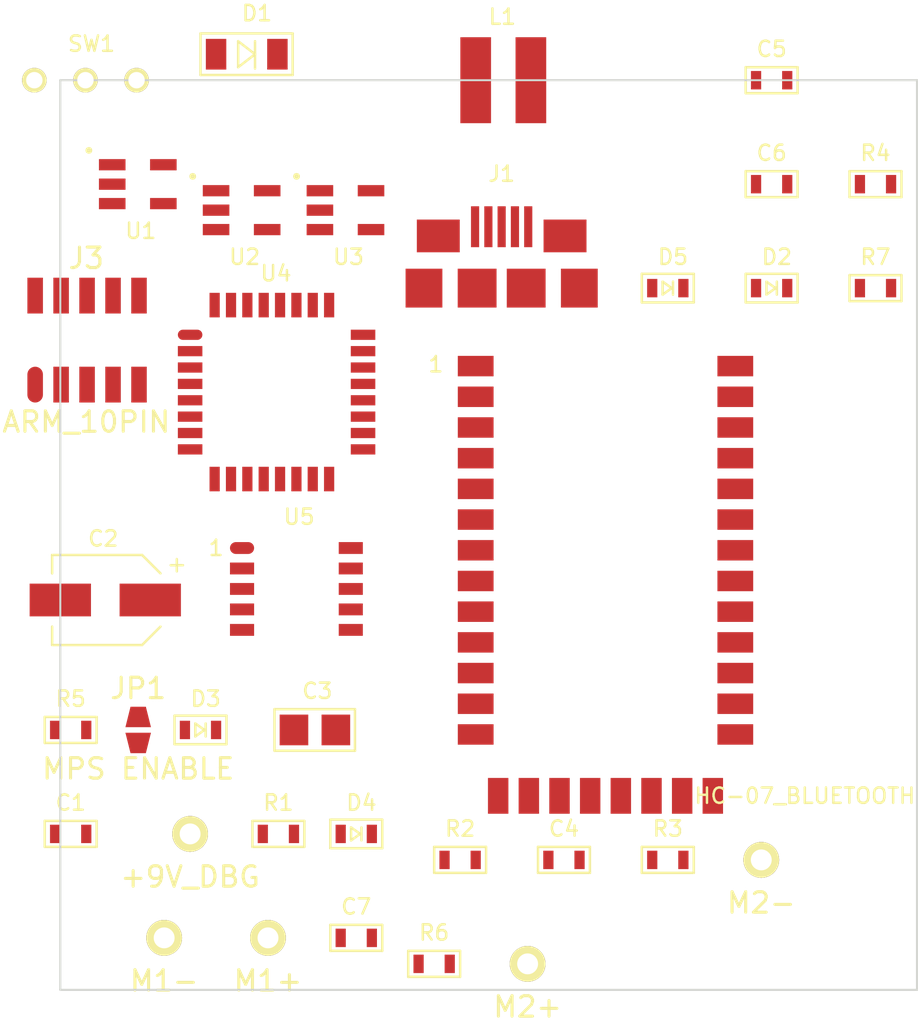
<source format=kicad_pcb>
(kicad_pcb (version 4) (host pcbnew "(2014-10-27 BZR 5228)-product")

  (general
    (links 75)
    (no_connects 75)
    (area 132.08 87.63 175.26 133.35)
    (thickness 1.6)
    (drawings 4)
    (tracks 0)
    (zones 0)
    (modules 35)
    (nets 88)
  )

  (page A4)
  (layers
    (0 F.Cu signal)
    (31 B.Cu signal)
    (32 B.Adhes user)
    (33 F.Adhes user)
    (34 B.Paste user)
    (35 F.Paste user)
    (36 B.SilkS user)
    (37 F.SilkS user)
    (38 B.Mask user)
    (39 F.Mask user)
    (40 Dwgs.User user)
    (41 Cmts.User user)
    (42 Eco1.User user)
    (43 Eco2.User user)
    (44 Edge.Cuts user)
    (45 Margin user)
    (46 B.CrtYd user)
    (47 F.CrtYd user)
    (48 B.Fab user)
    (49 F.Fab user)
  )

  (setup
    (last_trace_width 0.254)
    (trace_clearance 0.254)
    (zone_clearance 0.508)
    (zone_45_only no)
    (trace_min 0.254)
    (segment_width 0.2)
    (edge_width 0.1)
    (via_size 0.889)
    (via_drill 0.635)
    (via_min_size 0.889)
    (via_min_drill 0.508)
    (uvia_size 0.508)
    (uvia_drill 0.127)
    (uvias_allowed no)
    (uvia_min_size 0.508)
    (uvia_min_drill 0.127)
    (pcb_text_width 0.3)
    (pcb_text_size 1.5 1.5)
    (mod_edge_width 0.15)
    (mod_text_size 1 1)
    (mod_text_width 0.15)
    (pad_size 1.5 1.5)
    (pad_drill 0.6)
    (pad_to_mask_clearance 0)
    (aux_axis_origin 0 0)
    (visible_elements 7FFFFFFF)
    (pcbplotparams
      (layerselection 0x00030_80000001)
      (usegerberextensions false)
      (excludeedgelayer true)
      (linewidth 0.100000)
      (plotframeref false)
      (viasonmask false)
      (mode 1)
      (useauxorigin false)
      (hpglpennumber 1)
      (hpglpenspeed 20)
      (hpglpendiameter 15)
      (hpglpenoverlay 2)
      (psnegative false)
      (psa4output false)
      (plotreference true)
      (plotvalue true)
      (plotinvisibletext false)
      (padsonsilk false)
      (subtractmaskfromsilk false)
      (outputformat 1)
      (mirror false)
      (drillshape 1)
      (scaleselection 1)
      (outputdirectory ""))
  )

  (net 0 "")
  (net 1 /batt+)
  (net 2 GND)
  (net 3 /+9V)
  (net 4 /+3.3v)
  (net 5 /usb_vbus)
  (net 6 "Net-(C7-Pad1)")
  (net 7 "Net-(D1-Pad1)")
  (net 8 "Net-(D2-Pad2)")
  (net 9 /dgb_led1)
  (net 10 "Net-(D3-Pad2)")
  (net 11 /dbg_led2)
  (net 12 "Net-(D4-Pad2)")
  (net 13 /dbg_led3)
  (net 14 "Net-(D5-Pad2)")
  (net 15 "Net-(J1-Pad2)")
  (net 16 "Net-(J1-Pad3)")
  (net 17 "Net-(J1-Pad4)")
  (net 18 /bt_tx)
  (net 19 /bt_rx)
  (net 20 "Net-(J2-Pad3)")
  (net 21 "Net-(J2-Pad4)")
  (net 22 "Net-(J2-Pad5)")
  (net 23 "Net-(J2-Pad6)")
  (net 24 "Net-(J2-Pad7)")
  (net 25 "Net-(J2-Pad8)")
  (net 26 "Net-(J2-Pad9)")
  (net 27 "Net-(J2-Pad10)")
  (net 28 "Net-(J2-Pad11)")
  (net 29 "Net-(J2-Pad23)")
  (net 30 "Net-(J2-Pad24)")
  (net 31 "Net-(J2-Pad25)")
  (net 32 "Net-(J2-Pad26)")
  (net 33 "Net-(J2-Pad27)")
  (net 34 "Net-(J2-Pad28)")
  (net 35 "Net-(J2-Pad29)")
  (net 36 "Net-(J2-Pad30)")
  (net 37 "Net-(J2-Pad31)")
  (net 38 "Net-(J2-Pad32)")
  (net 39 "Net-(J2-Pad33)")
  (net 40 "Net-(J2-Pad34)")
  (net 41 "Net-(J2-Pad14)")
  (net 42 "Net-(J2-Pad15)")
  (net 43 "Net-(J2-Pad16)")
  (net 44 "Net-(J2-Pad17)")
  (net 45 "Net-(J2-Pad18)")
  (net 46 "Net-(J2-Pad19)")
  (net 47 "Net-(J2-Pad20)")
  (net 48 /swd_io)
  (net 49 /swd_clk)
  (net 50 "Net-(J3-Pad6)")
  (net 51 "Net-(J3-Pad7)")
  (net 52 "Net-(J3-Pad8)")
  (net 53 /nreset)
  (net 54 /mps_en)
  (net 55 /motor_1_+)
  (net 56 /motor_1_-)
  (net 57 /motor_2_+)
  (net 58 /motor_2_-)
  (net 59 "Net-(R1-Pad2)")
  (net 60 "Net-(R3-Pad2)")
  (net 61 "Net-(R4-Pad1)")
  (net 62 "Net-(SW1-Pad1)")
  (net 63 "Net-(U1-Pad4)")
  (net 64 "Net-(U4-Pad1)")
  (net 65 "Net-(U4-Pad2)")
  (net 66 "Net-(U4-Pad7)")
  (net 67 "Net-(U4-Pad8)")
  (net 68 "Net-(U4-Pad20)")
  (net 69 "Net-(U4-Pad21)")
  (net 70 "Net-(U4-Pad22)")
  (net 71 "Net-(U4-Pad23)")
  (net 72 "Net-(U4-Pad24)")
  (net 73 "Net-(U4-Pad9)")
  (net 74 "Net-(U4-Pad10)")
  (net 75 "Net-(U4-Pad11)")
  (net 76 "Net-(U4-Pad12)")
  (net 77 "Net-(U4-Pad15)")
  (net 78 "Net-(U4-Pad16)")
  (net 79 "Net-(U4-Pad25)")
  (net 80 "Net-(U4-Pad26)")
  (net 81 "Net-(U4-Pad27)")
  (net 82 "Net-(U4-Pad28)")
  (net 83 "Net-(U4-Pad29)")
  (net 84 /motor_1_A)
  (net 85 /motor_1_B)
  (net 86 /motor_2_A)
  (net 87 /motor_2_B)

  (net_class Default "This is the default net class."
    (clearance 0.254)
    (trace_width 0.254)
    (via_dia 0.889)
    (via_drill 0.635)
    (uvia_dia 0.508)
    (uvia_drill 0.127)
    (add_net /+3.3v)
    (add_net /+9V)
    (add_net /batt+)
    (add_net /bt_rx)
    (add_net /bt_tx)
    (add_net /dbg_led2)
    (add_net /dbg_led3)
    (add_net /dgb_led1)
    (add_net /motor_1_+)
    (add_net /motor_1_-)
    (add_net /motor_1_A)
    (add_net /motor_1_B)
    (add_net /motor_2_+)
    (add_net /motor_2_-)
    (add_net /motor_2_A)
    (add_net /motor_2_B)
    (add_net /mps_en)
    (add_net /nreset)
    (add_net /swd_clk)
    (add_net /swd_io)
    (add_net /usb_vbus)
    (add_net GND)
    (add_net "Net-(C7-Pad1)")
    (add_net "Net-(D1-Pad1)")
    (add_net "Net-(D2-Pad2)")
    (add_net "Net-(D3-Pad2)")
    (add_net "Net-(D4-Pad2)")
    (add_net "Net-(D5-Pad2)")
    (add_net "Net-(J1-Pad2)")
    (add_net "Net-(J1-Pad3)")
    (add_net "Net-(J1-Pad4)")
    (add_net "Net-(J2-Pad10)")
    (add_net "Net-(J2-Pad11)")
    (add_net "Net-(J2-Pad14)")
    (add_net "Net-(J2-Pad15)")
    (add_net "Net-(J2-Pad16)")
    (add_net "Net-(J2-Pad17)")
    (add_net "Net-(J2-Pad18)")
    (add_net "Net-(J2-Pad19)")
    (add_net "Net-(J2-Pad20)")
    (add_net "Net-(J2-Pad23)")
    (add_net "Net-(J2-Pad24)")
    (add_net "Net-(J2-Pad25)")
    (add_net "Net-(J2-Pad26)")
    (add_net "Net-(J2-Pad27)")
    (add_net "Net-(J2-Pad28)")
    (add_net "Net-(J2-Pad29)")
    (add_net "Net-(J2-Pad3)")
    (add_net "Net-(J2-Pad30)")
    (add_net "Net-(J2-Pad31)")
    (add_net "Net-(J2-Pad32)")
    (add_net "Net-(J2-Pad33)")
    (add_net "Net-(J2-Pad34)")
    (add_net "Net-(J2-Pad4)")
    (add_net "Net-(J2-Pad5)")
    (add_net "Net-(J2-Pad6)")
    (add_net "Net-(J2-Pad7)")
    (add_net "Net-(J2-Pad8)")
    (add_net "Net-(J2-Pad9)")
    (add_net "Net-(J3-Pad6)")
    (add_net "Net-(J3-Pad7)")
    (add_net "Net-(J3-Pad8)")
    (add_net "Net-(R1-Pad2)")
    (add_net "Net-(R3-Pad2)")
    (add_net "Net-(R4-Pad1)")
    (add_net "Net-(SW1-Pad1)")
    (add_net "Net-(U1-Pad4)")
    (add_net "Net-(U4-Pad1)")
    (add_net "Net-(U4-Pad10)")
    (add_net "Net-(U4-Pad11)")
    (add_net "Net-(U4-Pad12)")
    (add_net "Net-(U4-Pad15)")
    (add_net "Net-(U4-Pad16)")
    (add_net "Net-(U4-Pad2)")
    (add_net "Net-(U4-Pad20)")
    (add_net "Net-(U4-Pad21)")
    (add_net "Net-(U4-Pad22)")
    (add_net "Net-(U4-Pad23)")
    (add_net "Net-(U4-Pad24)")
    (add_net "Net-(U4-Pad25)")
    (add_net "Net-(U4-Pad26)")
    (add_net "Net-(U4-Pad27)")
    (add_net "Net-(U4-Pad28)")
    (add_net "Net-(U4-Pad29)")
    (add_net "Net-(U4-Pad7)")
    (add_net "Net-(U4-Pad8)")
    (add_net "Net-(U4-Pad9)")
  )

  (module kicadlib:SMD_0603_R placed (layer F.Cu) (tedit 55032A8D) (tstamp 55046D93)
    (at 134.62 125.73)
    (path /54EFD3D0)
    (fp_text reference C1 (at -0.762 -1.524) (layer F.SilkS)
      (effects (font (size 0.75 0.75) (thickness 0.12)))
    )
    (fp_text value 1uF (at -0.508 1.27) (layer F.Fab) hide
      (effects (font (size 0.75 0.75) (thickness 0.12)))
    )
    (fp_line (start -2.032 -0.635) (end 0.508 -0.635) (layer F.SilkS) (width 0.12))
    (fp_line (start 0.508 -0.635) (end 0.508 0.635) (layer F.SilkS) (width 0.12))
    (fp_line (start 0.508 0.635) (end -2.032 0.635) (layer F.SilkS) (width 0.12))
    (fp_line (start -2.032 0.635) (end -2.032 -0.635) (layer F.SilkS) (width 0.12))
    (pad 1 smd rect (at -1.524 0) (size 0.5 0.9) (layers F.Cu F.Paste F.Mask)
      (net 1 /batt+))
    (pad 2 smd rect (at 0 0) (size 0.5 0.9) (layers F.Cu F.Paste F.Mask)
      (net 2 GND))
  )

  (module kicadlib:SMD_5X5.2_CAP placed (layer F.Cu) (tedit 55045D3F) (tstamp 55046DA1)
    (at 133.35 114.3)
    (path /54F55200)
    (fp_text reference C2 (at 2.1 -3) (layer F.SilkS)
      (effects (font (size 0.75 0.75) (thickness 0.12)))
    )
    (fp_text value 30uF (at 2.1 3) (layer F.Fab) hide
      (effects (font (size 0.75 0.75) (thickness 0.12)))
    )
    (fp_line (start 5.4 -1.7) (end 6 -1.7) (layer F.SilkS) (width 0.12))
    (fp_line (start 5.7 -2) (end 5.7 -1.4) (layer F.SilkS) (width 0.12))
    (fp_line (start -0.4 -2.2) (end -0.4 -1.3) (layer F.SilkS) (width 0.12))
    (fp_line (start -0.4 2.2) (end -0.4 1.3) (layer F.SilkS) (width 0.12))
    (fp_line (start 4 2.2) (end -0.4 2.2) (layer F.SilkS) (width 0.12))
    (fp_line (start 4 -2.2) (end -0.4 -2.2) (layer F.SilkS) (width 0.12))
    (fp_line (start 4 -2.2) (end 4.9 -1.3) (layer F.SilkS) (width 0.12))
    (fp_line (start 4.9 1.3) (end 4 2.2) (layer F.SilkS) (width 0.12))
    (pad 2 smd rect (at 0 0) (size 3 1.6) (layers F.Cu F.Paste F.Mask)
      (net 2 GND))
    (pad 1 smd rect (at 4.4 0) (size 3 1.6) (layers F.Cu F.Paste F.Mask)
      (net 3 /+9V))
  )

  (module kicadlib:SMD_0805_R placed (layer F.Cu) (tedit 55045F0C) (tstamp 55046DAB)
    (at 144.78 120.65)
    (path /54F4F68E)
    (fp_text reference C3 (at 1.143 -1.905) (layer F.SilkS)
      (effects (font (size 0.75 0.75) (thickness 0.12)))
    )
    (fp_text value 10uF/16V (at 1.143 1.778) (layer F.Fab) hide
      (effects (font (size 0.75 0.75) (thickness 0.12)))
    )
    (fp_line (start -0.9525 -1.016) (end 2.9845 -1.016) (layer F.SilkS) (width 0.12))
    (fp_line (start 2.9845 -1.016) (end 2.9845 1.016) (layer F.SilkS) (width 0.12))
    (fp_line (start 2.9845 1.016) (end -0.9525 1.016) (layer F.SilkS) (width 0.12))
    (fp_line (start -0.9525 1.016) (end -0.9525 -1.016) (layer F.SilkS) (width 0.12))
    (pad 1 smd rect (at 0 0) (size 1.4 1.5) (layers F.Cu F.Paste F.Mask)
      (net 3 /+9V))
    (pad 2 smd rect (at 2.05 0) (size 1.4 1.5) (layers F.Cu F.Paste F.Mask)
      (net 2 GND))
  )

  (module kicadlib:SMD_0603_R placed (layer F.Cu) (tedit 55032A8D) (tstamp 55046DB5)
    (at 158.75 127)
    (path /54EFD734)
    (fp_text reference C4 (at -0.762 -1.524) (layer F.SilkS)
      (effects (font (size 0.75 0.75) (thickness 0.12)))
    )
    (fp_text value 1uF (at -0.508 1.27) (layer F.Fab) hide
      (effects (font (size 0.75 0.75) (thickness 0.12)))
    )
    (fp_line (start -2.032 -0.635) (end 0.508 -0.635) (layer F.SilkS) (width 0.12))
    (fp_line (start 0.508 -0.635) (end 0.508 0.635) (layer F.SilkS) (width 0.12))
    (fp_line (start 0.508 0.635) (end -2.032 0.635) (layer F.SilkS) (width 0.12))
    (fp_line (start -2.032 0.635) (end -2.032 -0.635) (layer F.SilkS) (width 0.12))
    (pad 1 smd rect (at -1.524 0) (size 0.5 0.9) (layers F.Cu F.Paste F.Mask)
      (net 4 /+3.3v))
    (pad 2 smd rect (at 0 0) (size 0.5 0.9) (layers F.Cu F.Paste F.Mask)
      (net 2 GND))
  )

  (module kicadlib:SMD_0603_R placed (layer F.Cu) (tedit 55032A8D) (tstamp 55046DBF)
    (at 168.91 88.9)
    (path /54F4F2D9)
    (fp_text reference C5 (at -0.762 -1.524) (layer F.SilkS)
      (effects (font (size 0.75 0.75) (thickness 0.12)))
    )
    (fp_text value 2.2uF/10V (at -0.508 1.27) (layer F.Fab) hide
      (effects (font (size 0.75 0.75) (thickness 0.12)))
    )
    (fp_line (start -2.032 -0.635) (end 0.508 -0.635) (layer F.SilkS) (width 0.12))
    (fp_line (start 0.508 -0.635) (end 0.508 0.635) (layer F.SilkS) (width 0.12))
    (fp_line (start 0.508 0.635) (end -2.032 0.635) (layer F.SilkS) (width 0.12))
    (fp_line (start -2.032 0.635) (end -2.032 -0.635) (layer F.SilkS) (width 0.12))
    (pad 1 smd rect (at -1.524 0) (size 0.5 0.9) (layers F.Cu F.Paste F.Mask)
      (net 1 /batt+))
    (pad 2 smd rect (at 0 0) (size 0.5 0.9) (layers F.Cu F.Paste F.Mask)
      (net 2 GND))
  )

  (module kicadlib:SMD_0603_R placed (layer F.Cu) (tedit 55032A8D) (tstamp 55046DC9)
    (at 168.91 93.98)
    (path /54EFC2D7)
    (fp_text reference C6 (at -0.762 -1.524) (layer F.SilkS)
      (effects (font (size 0.75 0.75) (thickness 0.12)))
    )
    (fp_text value 4.7uF (at -0.508 1.27) (layer F.Fab) hide
      (effects (font (size 0.75 0.75) (thickness 0.12)))
    )
    (fp_line (start -2.032 -0.635) (end 0.508 -0.635) (layer F.SilkS) (width 0.12))
    (fp_line (start 0.508 -0.635) (end 0.508 0.635) (layer F.SilkS) (width 0.12))
    (fp_line (start 0.508 0.635) (end -2.032 0.635) (layer F.SilkS) (width 0.12))
    (fp_line (start -2.032 0.635) (end -2.032 -0.635) (layer F.SilkS) (width 0.12))
    (pad 1 smd rect (at -1.524 0) (size 0.5 0.9) (layers F.Cu F.Paste F.Mask)
      (net 5 /usb_vbus))
    (pad 2 smd rect (at 0 0) (size 0.5 0.9) (layers F.Cu F.Paste F.Mask)
      (net 2 GND))
  )

  (module kicadlib:SMD_0603_R placed (layer F.Cu) (tedit 55032A8D) (tstamp 55046DD3)
    (at 148.59 130.81)
    (path /54EFC66F)
    (fp_text reference C7 (at -0.762 -1.524) (layer F.SilkS)
      (effects (font (size 0.75 0.75) (thickness 0.12)))
    )
    (fp_text value 4.7uF (at -0.508 1.27) (layer F.Fab) hide
      (effects (font (size 0.75 0.75) (thickness 0.12)))
    )
    (fp_line (start -2.032 -0.635) (end 0.508 -0.635) (layer F.SilkS) (width 0.12))
    (fp_line (start 0.508 -0.635) (end 0.508 0.635) (layer F.SilkS) (width 0.12))
    (fp_line (start 0.508 0.635) (end -2.032 0.635) (layer F.SilkS) (width 0.12))
    (fp_line (start -2.032 0.635) (end -2.032 -0.635) (layer F.SilkS) (width 0.12))
    (pad 1 smd rect (at -1.524 0) (size 0.5 0.9) (layers F.Cu F.Paste F.Mask)
      (net 6 "Net-(C7-Pad1)"))
    (pad 2 smd rect (at 0 0) (size 0.5 0.9) (layers F.Cu F.Paste F.Mask)
      (net 2 GND))
  )

  (module kicadlib:SMD_1206_DIODE placed (layer F.Cu) (tedit 55045A9D) (tstamp 55046DE1)
    (at 140.97 87.63)
    (path /54F4F768)
    (fp_text reference D1 (at 2 -2) (layer F.SilkS)
      (effects (font (size 0.75 0.75) (thickness 0.12)))
    )
    (fp_text value 40v/1A (at 2 2) (layer F.Fab) hide
      (effects (font (size 0.75 0.75) (thickness 0.12)))
    )
    (fp_line (start 1.905 -0.635) (end 1.905 0.6985) (layer F.SilkS) (width 0.12))
    (fp_line (start 1.0795 -0.635) (end 1.0795 0.635) (layer F.SilkS) (width 0.12))
    (fp_line (start 1.0795 0.635) (end 1.905 0) (layer F.SilkS) (width 0.12))
    (fp_line (start 1.905 0) (end 1.0795 -0.635) (layer F.SilkS) (width 0.12))
    (fp_line (start -0.762 -1.016) (end 3.7465 -1.016) (layer F.SilkS) (width 0.12))
    (fp_line (start 3.7465 -1.016) (end 3.7465 1.016) (layer F.SilkS) (width 0.12))
    (fp_line (start 3.7465 1.016) (end -0.762 1.016) (layer F.SilkS) (width 0.12))
    (fp_line (start -0.762 1.016) (end -0.762 -1.016) (layer F.SilkS) (width 0.12))
    (pad 1 smd rect (at 0 0) (size 1 1.5) (layers F.Cu F.Paste F.Mask)
      (net 7 "Net-(D1-Pad1)"))
    (pad 2 smd rect (at 3 0) (size 1 1.5) (layers F.Cu F.Paste F.Mask)
      (net 3 /+9V))
  )

  (module kicadlib:SMD_0603_LED placed (layer F.Cu) (tedit 55032AA1) (tstamp 55046DEF)
    (at 168.91 99.06)
    (path /54EFC330)
    (fp_text reference D2 (at -0.508 -1.524) (layer F.SilkS)
      (effects (font (size 0.75 0.75) (thickness 0.12)))
    )
    (fp_text value LED (at -0.508 1.27) (layer F.Fab) hide
      (effects (font (size 0.75 0.75) (thickness 0.12)))
    )
    (fp_line (start -0.508 -0.3175) (end -0.508 0.3175) (layer F.SilkS) (width 0.12))
    (fp_line (start -1.016 0.3175) (end -0.5715 0) (layer F.SilkS) (width 0.12))
    (fp_line (start -0.5715 0) (end -1.016 -0.3175) (layer F.SilkS) (width 0.12))
    (fp_line (start -1.016 -0.3175) (end -1.016 0.3175) (layer F.SilkS) (width 0.12))
    (fp_line (start 0.508 -0.6985) (end 0.508 0.6985) (layer F.SilkS) (width 0.12))
    (fp_line (start -2.032 -0.6985) (end -2.032 0.6985) (layer F.SilkS) (width 0.12))
    (fp_line (start -2.032 0.6985) (end 0.508 0.6985) (layer F.SilkS) (width 0.12))
    (fp_line (start 0.508 -0.6985) (end -2.032 -0.6985) (layer F.SilkS) (width 0.12))
    (pad 1 smd rect (at -1.524 0) (size 0.5 0.9) (layers F.Cu F.Paste F.Mask)
      (net 5 /usb_vbus))
    (pad 2 smd rect (at 0 0) (size 0.5 0.9) (layers F.Cu F.Paste F.Mask)
      (net 8 "Net-(D2-Pad2)"))
  )

  (module kicadlib:SMD_0603_LED placed (layer F.Cu) (tedit 55032AA1) (tstamp 55046DFD)
    (at 140.97 120.65)
    (path /55048124)
    (fp_text reference D3 (at -0.508 -1.524) (layer F.SilkS)
      (effects (font (size 0.75 0.75) (thickness 0.12)))
    )
    (fp_text value LED (at -0.508 1.27) (layer F.Fab) hide
      (effects (font (size 0.75 0.75) (thickness 0.12)))
    )
    (fp_line (start -0.508 -0.3175) (end -0.508 0.3175) (layer F.SilkS) (width 0.12))
    (fp_line (start -1.016 0.3175) (end -0.5715 0) (layer F.SilkS) (width 0.12))
    (fp_line (start -0.5715 0) (end -1.016 -0.3175) (layer F.SilkS) (width 0.12))
    (fp_line (start -1.016 -0.3175) (end -1.016 0.3175) (layer F.SilkS) (width 0.12))
    (fp_line (start 0.508 -0.6985) (end 0.508 0.6985) (layer F.SilkS) (width 0.12))
    (fp_line (start -2.032 -0.6985) (end -2.032 0.6985) (layer F.SilkS) (width 0.12))
    (fp_line (start -2.032 0.6985) (end 0.508 0.6985) (layer F.SilkS) (width 0.12))
    (fp_line (start 0.508 -0.6985) (end -2.032 -0.6985) (layer F.SilkS) (width 0.12))
    (pad 1 smd rect (at -1.524 0) (size 0.5 0.9) (layers F.Cu F.Paste F.Mask)
      (net 9 /dgb_led1))
    (pad 2 smd rect (at 0 0) (size 0.5 0.9) (layers F.Cu F.Paste F.Mask)
      (net 10 "Net-(D3-Pad2)"))
  )

  (module kicadlib:SMD_0603_LED placed (layer F.Cu) (tedit 55032AA1) (tstamp 55046E0B)
    (at 148.59 125.73)
    (path /550484F4)
    (fp_text reference D4 (at -0.508 -1.524) (layer F.SilkS)
      (effects (font (size 0.75 0.75) (thickness 0.12)))
    )
    (fp_text value LED (at -0.508 1.27) (layer F.Fab) hide
      (effects (font (size 0.75 0.75) (thickness 0.12)))
    )
    (fp_line (start -0.508 -0.3175) (end -0.508 0.3175) (layer F.SilkS) (width 0.12))
    (fp_line (start -1.016 0.3175) (end -0.5715 0) (layer F.SilkS) (width 0.12))
    (fp_line (start -0.5715 0) (end -1.016 -0.3175) (layer F.SilkS) (width 0.12))
    (fp_line (start -1.016 -0.3175) (end -1.016 0.3175) (layer F.SilkS) (width 0.12))
    (fp_line (start 0.508 -0.6985) (end 0.508 0.6985) (layer F.SilkS) (width 0.12))
    (fp_line (start -2.032 -0.6985) (end -2.032 0.6985) (layer F.SilkS) (width 0.12))
    (fp_line (start -2.032 0.6985) (end 0.508 0.6985) (layer F.SilkS) (width 0.12))
    (fp_line (start 0.508 -0.6985) (end -2.032 -0.6985) (layer F.SilkS) (width 0.12))
    (pad 1 smd rect (at -1.524 0) (size 0.5 0.9) (layers F.Cu F.Paste F.Mask)
      (net 11 /dbg_led2))
    (pad 2 smd rect (at 0 0) (size 0.5 0.9) (layers F.Cu F.Paste F.Mask)
      (net 12 "Net-(D4-Pad2)"))
  )

  (module kicadlib:SMD_0603_LED placed (layer F.Cu) (tedit 55032AA1) (tstamp 55046E19)
    (at 163.83 99.06)
    (path /5504858D)
    (fp_text reference D5 (at -0.508 -1.524) (layer F.SilkS)
      (effects (font (size 0.75 0.75) (thickness 0.12)))
    )
    (fp_text value LED (at -0.508 1.27) (layer F.Fab) hide
      (effects (font (size 0.75 0.75) (thickness 0.12)))
    )
    (fp_line (start -0.508 -0.3175) (end -0.508 0.3175) (layer F.SilkS) (width 0.12))
    (fp_line (start -1.016 0.3175) (end -0.5715 0) (layer F.SilkS) (width 0.12))
    (fp_line (start -0.5715 0) (end -1.016 -0.3175) (layer F.SilkS) (width 0.12))
    (fp_line (start -1.016 -0.3175) (end -1.016 0.3175) (layer F.SilkS) (width 0.12))
    (fp_line (start 0.508 -0.6985) (end 0.508 0.6985) (layer F.SilkS) (width 0.12))
    (fp_line (start -2.032 -0.6985) (end -2.032 0.6985) (layer F.SilkS) (width 0.12))
    (fp_line (start -2.032 0.6985) (end 0.508 0.6985) (layer F.SilkS) (width 0.12))
    (fp_line (start 0.508 -0.6985) (end -2.032 -0.6985) (layer F.SilkS) (width 0.12))
    (pad 1 smd rect (at -1.524 0) (size 0.5 0.9) (layers F.Cu F.Paste F.Mask)
      (net 13 /dbg_led3))
    (pad 2 smd rect (at 0 0) (size 0.5 0.9) (layers F.Cu F.Paste F.Mask)
      (net 14 "Net-(D5-Pad2)"))
  )

  (module kicadlib:usb_micro_b_smt placed (layer F.Cu) (tedit 53585A40) (tstamp 55046E28)
    (at 154.94 99.06)
    (path /5497803A)
    (fp_text reference J1 (at 0 -5.588) (layer F.SilkS)
      (effects (font (size 0.75 0.75) (thickness 0.12)))
    )
    (fp_text value USB-micro-b (at 0 2.159) (layer F.SilkS) hide
      (effects (font (size 0.75 0.75) (thickness 0.15)))
    )
    (pad 6 smd rect (at 1.2 0) (size 1.9 1.9) (layers F.Cu F.Paste F.Mask)
      (net 2 GND))
    (pad 6 smd rect (at -1.2 0) (size 1.9 1.9) (layers F.Cu F.Paste F.Mask)
      (net 2 GND))
    (pad 6 smd rect (at 3.8 0) (size 1.8 1.9) (layers F.Cu F.Paste F.Mask)
      (net 2 GND))
    (pad 6 smd rect (at -3.8 0) (size 1.8 1.9) (layers F.Cu F.Paste F.Mask)
      (net 2 GND))
    (pad 6 smd rect (at -3.1 -2.55) (size 2.1 1.6) (layers F.Cu F.Paste F.Mask)
      (net 2 GND))
    (pad 6 smd rect (at 3.1 -2.55) (size 2.1 1.6) (layers F.Cu F.Paste F.Mask)
      (net 2 GND))
    (pad 2 smd rect (at -0.65 -3) (size 0.4 2) (layers F.Cu F.Paste F.Mask)
      (net 15 "Net-(J1-Pad2)"))
    (pad 3 smd rect (at 0 -3) (size 0.4 2) (layers F.Cu F.Paste F.Mask)
      (net 16 "Net-(J1-Pad3)"))
    (pad 4 smd rect (at 0.65 -3) (size 0.4 2) (layers F.Cu F.Paste F.Mask)
      (net 17 "Net-(J1-Pad4)"))
    (pad 5 smd rect (at 1.3 -3) (size 0.4 2) (layers F.Cu F.Paste F.Mask)
      (net 2 GND))
    (pad 1 smd rect (at -1.3 -3) (size 0.4 2) (layers F.Cu F.Paste F.Mask)
      (net 5 /usb_vbus))
  )

  (module kicadlib:HC-07_bluetooth placed (layer F.Cu) (tedit 54FDFCF7) (tstamp 55046E4F)
    (at 153.67 102.87)
    (path /54F00275)
    (fp_text reference J2 (at -3.4 10.5 90) (layer F.SilkS) hide
      (effects (font (size 0.75 0.75) (thickness 0.12)))
    )
    (fp_text value HC-07_BLUETOOTH (at 16.1 21) (layer F.SilkS)
      (effects (font (size 0.75 0.75) (thickness 0.12)))
    )
    (fp_text user 1 (at -1.948 -0.082) (layer F.SilkS)
      (effects (font (size 0.75 0.75) (thickness 0.12)))
    )
    (pad 1 smd rect (at 0 0) (size 1.75 1) (layers F.Cu F.Paste F.Mask)
      (net 18 /bt_tx))
    (pad 2 smd rect (at 0 1.5) (size 1.75 1) (layers F.Cu F.Paste F.Mask)
      (net 19 /bt_rx))
    (pad 3 smd rect (at 0 3) (size 1.75 1) (layers F.Cu F.Paste F.Mask)
      (net 20 "Net-(J2-Pad3)"))
    (pad 4 smd rect (at 0 4.5) (size 1.75 1) (layers F.Cu F.Paste F.Mask)
      (net 21 "Net-(J2-Pad4)"))
    (pad 5 smd rect (at 0 6) (size 1.75 1) (layers F.Cu F.Paste F.Mask)
      (net 22 "Net-(J2-Pad5)"))
    (pad 6 smd rect (at 0 7.5) (size 1.75 1) (layers F.Cu F.Paste F.Mask)
      (net 23 "Net-(J2-Pad6)"))
    (pad 7 smd rect (at 0 9) (size 1.75 1) (layers F.Cu F.Paste F.Mask)
      (net 24 "Net-(J2-Pad7)"))
    (pad 8 smd rect (at 0 10.5) (size 1.75 1) (layers F.Cu F.Paste F.Mask)
      (net 25 "Net-(J2-Pad8)"))
    (pad 9 smd rect (at 0 12) (size 1.75 1) (layers F.Cu F.Paste F.Mask)
      (net 26 "Net-(J2-Pad9)"))
    (pad 10 smd rect (at 0 13.5) (size 1.75 1) (layers F.Cu F.Paste F.Mask)
      (net 27 "Net-(J2-Pad10)"))
    (pad 11 smd rect (at 0 15) (size 1.75 1) (layers F.Cu F.Paste F.Mask)
      (net 28 "Net-(J2-Pad11)"))
    (pad 12 smd rect (at 0 16.5) (size 1.75 1) (layers F.Cu F.Paste F.Mask)
      (net 4 /+3.3v))
    (pad 13 smd rect (at 0 18) (size 1.75 1) (layers F.Cu F.Paste F.Mask)
      (net 2 GND))
    (pad 22 smd rect (at 12.7 18) (size 1.75 1) (layers F.Cu F.Paste F.Mask)
      (net 2 GND))
    (pad 23 smd rect (at 12.7 16.5) (size 1.75 1) (layers F.Cu F.Paste F.Mask)
      (net 29 "Net-(J2-Pad23)"))
    (pad 24 smd rect (at 12.7 15) (size 1.75 1) (layers F.Cu F.Paste F.Mask)
      (net 30 "Net-(J2-Pad24)"))
    (pad 25 smd rect (at 12.7 13.5) (size 1.75 1) (layers F.Cu F.Paste F.Mask)
      (net 31 "Net-(J2-Pad25)"))
    (pad 26 smd rect (at 12.7 12) (size 1.75 1) (layers F.Cu F.Paste F.Mask)
      (net 32 "Net-(J2-Pad26)"))
    (pad 27 smd rect (at 12.7 10.5) (size 1.75 1) (layers F.Cu F.Paste F.Mask)
      (net 33 "Net-(J2-Pad27)"))
    (pad 28 smd rect (at 12.7 9) (size 1.75 1) (layers F.Cu F.Paste F.Mask)
      (net 34 "Net-(J2-Pad28)"))
    (pad 29 smd rect (at 12.7 7.5) (size 1.75 1) (layers F.Cu F.Paste F.Mask)
      (net 35 "Net-(J2-Pad29)"))
    (pad 30 smd rect (at 12.7 6) (size 1.75 1) (layers F.Cu F.Paste F.Mask)
      (net 36 "Net-(J2-Pad30)"))
    (pad 31 smd rect (at 12.7 4.5) (size 1.75 1) (layers F.Cu F.Paste F.Mask)
      (net 37 "Net-(J2-Pad31)"))
    (pad 32 smd rect (at 12.7 3) (size 1.75 1) (layers F.Cu F.Paste F.Mask)
      (net 38 "Net-(J2-Pad32)"))
    (pad 33 smd rect (at 12.7 1.5) (size 1.75 1) (layers F.Cu F.Paste F.Mask)
      (net 39 "Net-(J2-Pad33)"))
    (pad 34 smd rect (at 12.7 0) (size 1.75 1) (layers F.Cu F.Paste F.Mask)
      (net 40 "Net-(J2-Pad34)"))
    (pad 14 smd rect (at 1.1 21) (size 1 1.75) (layers F.Cu F.Paste F.Mask)
      (net 41 "Net-(J2-Pad14)"))
    (pad 15 smd rect (at 2.6 21) (size 1 1.75) (layers F.Cu F.Paste F.Mask)
      (net 42 "Net-(J2-Pad15)"))
    (pad 16 smd rect (at 4.1 21) (size 1 1.75) (layers F.Cu F.Paste F.Mask)
      (net 43 "Net-(J2-Pad16)"))
    (pad 17 smd rect (at 5.6 21) (size 1 1.75) (layers F.Cu F.Paste F.Mask)
      (net 44 "Net-(J2-Pad17)"))
    (pad 18 smd rect (at 7.1 21) (size 1 1.75) (layers F.Cu F.Paste F.Mask)
      (net 45 "Net-(J2-Pad18)"))
    (pad 19 smd rect (at 8.6 21) (size 1 1.75) (layers F.Cu F.Paste F.Mask)
      (net 46 "Net-(J2-Pad19)"))
    (pad 20 smd rect (at 10.1 21) (size 1 1.75) (layers F.Cu F.Paste F.Mask)
      (net 47 "Net-(J2-Pad20)"))
    (pad 21 smd rect (at 11.6 21) (size 1 1.75) (layers F.Cu F.Paste F.Mask)
      (net 2 GND))
  )

  (module kicadlib:ARM_10_PIN_SMT placed (layer F.Cu) (tedit 516C783A) (tstamp 55046E5D)
    (at 134.62 101.6)
    (path /54EFE33F)
    (fp_text reference J3 (at 0 -4) (layer F.SilkS)
      (effects (font (size 1 1) (thickness 0.15)))
    )
    (fp_text value ARM_10PIN (at 0 4) (layer F.SilkS)
      (effects (font (size 1 1) (thickness 0.15)))
    )
    (pad 1 smd oval (at -2.5 2.175) (size 0.76 1.75) (layers F.Cu F.Paste F.Mask)
      (net 4 /+3.3v))
    (pad 2 smd rect (at -2.5 -2.175) (size 0.76 1.75) (layers F.Cu F.Paste F.Mask)
      (net 48 /swd_io))
    (pad 3 smd rect (at -1.23 2.175) (size 0.76 1.75) (layers F.Cu F.Paste F.Mask)
      (net 2 GND))
    (pad 4 smd rect (at -1.23 -2.175) (size 0.76 1.75) (layers F.Cu F.Paste F.Mask)
      (net 49 /swd_clk))
    (pad 5 smd rect (at 0.04 2.175) (size 0.76 1.75) (layers F.Cu F.Paste F.Mask)
      (net 2 GND))
    (pad 6 smd rect (at 0.04 -2.175) (size 0.76 1.75) (layers F.Cu F.Paste F.Mask)
      (net 50 "Net-(J3-Pad6)"))
    (pad 7 smd rect (at 1.31 2.175) (size 0.76 1.75) (layers F.Cu F.Paste F.Mask)
      (net 51 "Net-(J3-Pad7)"))
    (pad 8 smd rect (at 1.31 -2.175) (size 0.76 1.75) (layers F.Cu F.Paste F.Mask)
      (net 52 "Net-(J3-Pad8)"))
    (pad 9 smd rect (at 2.58 2.175) (size 0.76 1.75) (layers F.Cu F.Paste F.Mask)
      (net 2 GND))
    (pad 10 smd rect (at 2.58 -2.175) (size 0.76 1.75) (layers F.Cu F.Paste F.Mask)
      (net 53 /nreset))
  )

  (module kicadlib:jmp_small placed (layer F.Cu) (tedit 519F6179) (tstamp 55046E63)
    (at 137.16 120.65)
    (path /54F516F3)
    (fp_text reference JP1 (at 0 -2.032) (layer F.SilkS)
      (effects (font (size 1 1) (thickness 0.15)))
    )
    (fp_text value "MPS ENABLE" (at 0 1.9) (layer F.SilkS)
      (effects (font (size 1 1) (thickness 0.15)))
    )
    (pad 1 smd trapezoid (at 0 -0.635) (size 1 1) (rect_delta 0 0.25 ) (layers F.Cu F.Paste F.Mask)
      (net 4 /+3.3v))
    (pad 2 smd trapezoid (at 0 0.635) (size 1 1) (rect_delta 0 -0.25 ) (layers F.Cu F.Paste F.Mask)
      (net 54 /mps_en))
  )

  (module kicadlib:SMD_4x4_INDUCTOR placed (layer F.Cu) (tedit 550461A1) (tstamp 55046E69)
    (at 153.67 88.9)
    (path /54F4EDC2)
    (fp_text reference L1 (at 1.3 -3.1) (layer F.SilkS)
      (effects (font (size 0.75 0.75) (thickness 0.12)))
    )
    (fp_text value "10uH/650mA (LQH43CN100K03)" (at 1.5 3) (layer F.Fab) hide
      (effects (font (size 0.75 0.75) (thickness 0.12)))
    )
    (pad 1 smd rect (at 0 0) (size 1.5 4.2) (layers F.Cu F.Paste F.Mask)
      (net 7 "Net-(D1-Pad1)"))
    (pad 2 smd rect (at 2.7 0) (size 1.5 4.2) (layers F.Cu F.Paste F.Mask)
      (net 1 /batt+))
  )

  (module kicadlib:TEST_0.100 placed (layer F.Cu) (tedit 514BA442) (tstamp 55046E6E)
    (at 139.7 125.73)
    (path /54FCC050)
    (fp_text reference P1 (at 0 -2.1) (layer F.SilkS) hide
      (effects (font (size 1 1) (thickness 0.15)))
    )
    (fp_text value +9V_DBG (at 0 2.1) (layer F.SilkS)
      (effects (font (size 1 1) (thickness 0.15)))
    )
    (pad 1 thru_hole circle (at 0 0) (size 1.75 1.75) (drill 1.02) (layers *.Cu *.Mask F.SilkS)
      (net 3 /+9V))
  )

  (module kicadlib:TEST_0.100 placed (layer F.Cu) (tedit 514BA442) (tstamp 55046E73)
    (at 143.51 130.81)
    (path /54FC793F)
    (fp_text reference P2 (at 0 -2.1) (layer F.SilkS) hide
      (effects (font (size 1 1) (thickness 0.15)))
    )
    (fp_text value M1+ (at 0 2.1) (layer F.SilkS)
      (effects (font (size 1 1) (thickness 0.15)))
    )
    (pad 1 thru_hole circle (at 0 0) (size 1.75 1.75) (drill 1.02) (layers *.Cu *.Mask F.SilkS)
      (net 55 /motor_1_+))
  )

  (module kicadlib:TEST_0.100 placed (layer F.Cu) (tedit 514BA442) (tstamp 55046E78)
    (at 138.43 130.81)
    (path /54FC7D5F)
    (fp_text reference P3 (at 0 -2.1) (layer F.SilkS) hide
      (effects (font (size 1 1) (thickness 0.15)))
    )
    (fp_text value M1- (at 0 2.1) (layer F.SilkS)
      (effects (font (size 1 1) (thickness 0.15)))
    )
    (pad 1 thru_hole circle (at 0 0) (size 1.75 1.75) (drill 1.02) (layers *.Cu *.Mask F.SilkS)
      (net 56 /motor_1_-))
  )

  (module kicadlib:TEST_0.100 placed (layer F.Cu) (tedit 514BA442) (tstamp 55046E7D)
    (at 156.21 132.08)
    (path /54FC7D8F)
    (fp_text reference P4 (at 0 -2.1) (layer F.SilkS) hide
      (effects (font (size 1 1) (thickness 0.15)))
    )
    (fp_text value M2+ (at 0 2.1) (layer F.SilkS)
      (effects (font (size 1 1) (thickness 0.15)))
    )
    (pad 1 thru_hole circle (at 0 0) (size 1.75 1.75) (drill 1.02) (layers *.Cu *.Mask F.SilkS)
      (net 57 /motor_2_+))
  )

  (module kicadlib:TEST_0.100 placed (layer F.Cu) (tedit 514BA442) (tstamp 55046E82)
    (at 167.64 127)
    (path /54FC7DC0)
    (fp_text reference P5 (at 0 -2.1) (layer F.SilkS) hide
      (effects (font (size 1 1) (thickness 0.15)))
    )
    (fp_text value M2- (at 0 2.1) (layer F.SilkS)
      (effects (font (size 1 1) (thickness 0.15)))
    )
    (pad 1 thru_hole circle (at 0 0) (size 1.75 1.75) (drill 1.02) (layers *.Cu *.Mask F.SilkS)
      (net 58 /motor_2_-))
  )

  (module kicadlib:SMD_0603_R placed (layer F.Cu) (tedit 55032A8D) (tstamp 55046E8C)
    (at 144.78 125.73)
    (path /54F4FB8E)
    (fp_text reference R1 (at -0.762 -1.524) (layer F.SilkS)
      (effects (font (size 0.75 0.75) (thickness 0.12)))
    )
    (fp_text value 6.2K (at -0.508 1.27) (layer F.Fab) hide
      (effects (font (size 0.75 0.75) (thickness 0.12)))
    )
    (fp_line (start -2.032 -0.635) (end 0.508 -0.635) (layer F.SilkS) (width 0.12))
    (fp_line (start 0.508 -0.635) (end 0.508 0.635) (layer F.SilkS) (width 0.12))
    (fp_line (start 0.508 0.635) (end -2.032 0.635) (layer F.SilkS) (width 0.12))
    (fp_line (start -2.032 0.635) (end -2.032 -0.635) (layer F.SilkS) (width 0.12))
    (pad 1 smd rect (at -1.524 0) (size 0.5 0.9) (layers F.Cu F.Paste F.Mask)
      (net 3 /+9V))
    (pad 2 smd rect (at 0 0) (size 0.5 0.9) (layers F.Cu F.Paste F.Mask)
      (net 59 "Net-(R1-Pad2)"))
  )

  (module kicadlib:SMD_0603_R placed (layer F.Cu) (tedit 55032A8D) (tstamp 55046E96)
    (at 153.67 127)
    (path /54F5000A)
    (fp_text reference R2 (at -0.762 -1.524) (layer F.SilkS)
      (effects (font (size 0.75 0.75) (thickness 0.12)))
    )
    (fp_text value 1K (at -0.508 1.27) (layer F.Fab) hide
      (effects (font (size 0.75 0.75) (thickness 0.12)))
    )
    (fp_line (start -2.032 -0.635) (end 0.508 -0.635) (layer F.SilkS) (width 0.12))
    (fp_line (start 0.508 -0.635) (end 0.508 0.635) (layer F.SilkS) (width 0.12))
    (fp_line (start 0.508 0.635) (end -2.032 0.635) (layer F.SilkS) (width 0.12))
    (fp_line (start -2.032 0.635) (end -2.032 -0.635) (layer F.SilkS) (width 0.12))
    (pad 1 smd rect (at -1.524 0) (size 0.5 0.9) (layers F.Cu F.Paste F.Mask)
      (net 59 "Net-(R1-Pad2)"))
    (pad 2 smd rect (at 0 0) (size 0.5 0.9) (layers F.Cu F.Paste F.Mask)
      (net 2 GND))
  )

  (module kicadlib:SMD_0603_R placed (layer F.Cu) (tedit 55032A8D) (tstamp 55046EA0)
    (at 163.83 127)
    (path /54EFC2B0)
    (fp_text reference R3 (at -0.762 -1.524) (layer F.SilkS)
      (effects (font (size 0.75 0.75) (thickness 0.12)))
    )
    (fp_text value 1K (at -0.508 1.27) (layer F.Fab) hide
      (effects (font (size 0.75 0.75) (thickness 0.12)))
    )
    (fp_line (start -2.032 -0.635) (end 0.508 -0.635) (layer F.SilkS) (width 0.12))
    (fp_line (start 0.508 -0.635) (end 0.508 0.635) (layer F.SilkS) (width 0.12))
    (fp_line (start 0.508 0.635) (end -2.032 0.635) (layer F.SilkS) (width 0.12))
    (fp_line (start -2.032 0.635) (end -2.032 -0.635) (layer F.SilkS) (width 0.12))
    (pad 1 smd rect (at -1.524 0) (size 0.5 0.9) (layers F.Cu F.Paste F.Mask)
      (net 8 "Net-(D2-Pad2)"))
    (pad 2 smd rect (at 0 0) (size 0.5 0.9) (layers F.Cu F.Paste F.Mask)
      (net 60 "Net-(R3-Pad2)"))
  )

  (module kicadlib:SMD_0603_R placed (layer F.Cu) (tedit 55032A8D) (tstamp 55046EAA)
    (at 173.99 93.98)
    (path /54EFC5FD)
    (fp_text reference R4 (at -0.762 -1.524) (layer F.SilkS)
      (effects (font (size 0.75 0.75) (thickness 0.12)))
    )
    (fp_text value 2K (at -0.508 1.27) (layer F.Fab) hide
      (effects (font (size 0.75 0.75) (thickness 0.12)))
    )
    (fp_line (start -2.032 -0.635) (end 0.508 -0.635) (layer F.SilkS) (width 0.12))
    (fp_line (start 0.508 -0.635) (end 0.508 0.635) (layer F.SilkS) (width 0.12))
    (fp_line (start 0.508 0.635) (end -2.032 0.635) (layer F.SilkS) (width 0.12))
    (fp_line (start -2.032 0.635) (end -2.032 -0.635) (layer F.SilkS) (width 0.12))
    (pad 1 smd rect (at -1.524 0) (size 0.5 0.9) (layers F.Cu F.Paste F.Mask)
      (net 61 "Net-(R4-Pad1)"))
    (pad 2 smd rect (at 0 0) (size 0.5 0.9) (layers F.Cu F.Paste F.Mask)
      (net 2 GND))
  )

  (module kicadlib:SMD_0603_R placed (layer F.Cu) (tedit 55032A8D) (tstamp 55046EB4)
    (at 134.62 120.65)
    (path /5504817F)
    (fp_text reference R5 (at -0.762 -1.524) (layer F.SilkS)
      (effects (font (size 0.75 0.75) (thickness 0.12)))
    )
    (fp_text value 1K (at -0.508 1.27) (layer F.Fab) hide
      (effects (font (size 0.75 0.75) (thickness 0.12)))
    )
    (fp_line (start -2.032 -0.635) (end 0.508 -0.635) (layer F.SilkS) (width 0.12))
    (fp_line (start 0.508 -0.635) (end 0.508 0.635) (layer F.SilkS) (width 0.12))
    (fp_line (start 0.508 0.635) (end -2.032 0.635) (layer F.SilkS) (width 0.12))
    (fp_line (start -2.032 0.635) (end -2.032 -0.635) (layer F.SilkS) (width 0.12))
    (pad 1 smd rect (at -1.524 0) (size 0.5 0.9) (layers F.Cu F.Paste F.Mask)
      (net 10 "Net-(D3-Pad2)"))
    (pad 2 smd rect (at 0 0) (size 0.5 0.9) (layers F.Cu F.Paste F.Mask)
      (net 2 GND))
  )

  (module kicadlib:SMD_0603_R placed (layer F.Cu) (tedit 55032A8D) (tstamp 55046EBE)
    (at 152.4 132.08)
    (path /550484FA)
    (fp_text reference R6 (at -0.762 -1.524) (layer F.SilkS)
      (effects (font (size 0.75 0.75) (thickness 0.12)))
    )
    (fp_text value 1K (at -0.508 1.27) (layer F.Fab) hide
      (effects (font (size 0.75 0.75) (thickness 0.12)))
    )
    (fp_line (start -2.032 -0.635) (end 0.508 -0.635) (layer F.SilkS) (width 0.12))
    (fp_line (start 0.508 -0.635) (end 0.508 0.635) (layer F.SilkS) (width 0.12))
    (fp_line (start 0.508 0.635) (end -2.032 0.635) (layer F.SilkS) (width 0.12))
    (fp_line (start -2.032 0.635) (end -2.032 -0.635) (layer F.SilkS) (width 0.12))
    (pad 1 smd rect (at -1.524 0) (size 0.5 0.9) (layers F.Cu F.Paste F.Mask)
      (net 12 "Net-(D4-Pad2)"))
    (pad 2 smd rect (at 0 0) (size 0.5 0.9) (layers F.Cu F.Paste F.Mask)
      (net 2 GND))
  )

  (module kicadlib:SMD_0603_R placed (layer F.Cu) (tedit 55032A8D) (tstamp 55046EC8)
    (at 173.99 99.06)
    (path /55048593)
    (fp_text reference R7 (at -0.762 -1.524) (layer F.SilkS)
      (effects (font (size 0.75 0.75) (thickness 0.12)))
    )
    (fp_text value 1K (at -0.508 1.27) (layer F.Fab) hide
      (effects (font (size 0.75 0.75) (thickness 0.12)))
    )
    (fp_line (start -2.032 -0.635) (end 0.508 -0.635) (layer F.SilkS) (width 0.12))
    (fp_line (start 0.508 -0.635) (end 0.508 0.635) (layer F.SilkS) (width 0.12))
    (fp_line (start 0.508 0.635) (end -2.032 0.635) (layer F.SilkS) (width 0.12))
    (fp_line (start -2.032 0.635) (end -2.032 -0.635) (layer F.SilkS) (width 0.12))
    (pad 1 smd rect (at -1.524 0) (size 0.5 0.9) (layers F.Cu F.Paste F.Mask)
      (net 14 "Net-(D5-Pad2)"))
    (pad 2 smd rect (at 0 0) (size 0.5 0.9) (layers F.Cu F.Paste F.Mask)
      (net 2 GND))
  )

  (module kicadlib:TH_APEM_MHSS1105_SPDT placed (layer F.Cu) (tedit 5504625E) (tstamp 55046ECF)
    (at 132.08 88.9)
    (path /54F51E0E)
    (fp_text reference SW1 (at 2.794 -1.778) (layer F.SilkS)
      (effects (font (size 0.75 0.75) (thickness 0.12)))
    )
    (fp_text value "SPDT (Apem MHSS1105)" (at 2.54 1.524) (layer F.Fab) hide
      (effects (font (size 0.75 0.75) (thickness 0.12)))
    )
    (pad 1 thru_hole circle (at 0 0) (size 1.2 1.2) (drill 0.8) (layers *.Cu *.Mask F.SilkS)
      (net 62 "Net-(SW1-Pad1)"))
    (pad 2 thru_hole circle (at 2.5 0) (size 1.2 1.2) (drill 0.8) (layers *.Cu *.Mask F.SilkS)
      (net 6 "Net-(C7-Pad1)"))
    (pad 3 thru_hole circle (at 5 0) (size 1.2 1.2) (drill 0.8) (layers *.Cu *.Mask F.SilkS)
      (net 1 /batt+))
  )

  (module kicadlib:SMD_SOT23-5 placed (layer F.Cu) (tedit 535859F7) (tstamp 55046ED9)
    (at 135.89 93.98)
    (path /5497812B)
    (fp_text reference U1 (at 1.397 2.286) (layer F.SilkS)
      (effects (font (size 0.75 0.75) (thickness 0.12)))
    )
    (fp_text value AAT3221/MIC5504 (at 1.397 -2.286) (layer F.SilkS) hide
      (effects (font (size 0.75 0.75) (thickness 0.12)))
    )
    (fp_circle (center -1.143 -1.651) (end -1.0795 -1.5875) (layer F.SilkS) (width 0.15))
    (pad 1 smd rect (at 0 -0.95) (size 1.3 0.55) (layers F.Cu F.Paste F.Mask)
      (net 1 /batt+))
    (pad 2 smd rect (at 0 0) (size 1.3 0.55) (layers F.Cu F.Paste F.Mask)
      (net 2 GND))
    (pad 3 smd rect (at 0 0.95) (size 1.3 0.55) (layers F.Cu F.Paste F.Mask)
      (net 1 /batt+))
    (pad 4 smd rect (at 2.5 0.95) (size 1.3 0.55) (layers F.Cu F.Paste F.Mask)
      (net 63 "Net-(U1-Pad4)"))
    (pad 5 smd rect (at 2.5 -0.95) (size 1.3 0.55) (layers F.Cu F.Paste F.Mask)
      (net 4 /+3.3v))
  )

  (module kicadlib:SMD_SOT23-5 placed (layer F.Cu) (tedit 535859F7) (tstamp 55046EE3)
    (at 140.97 95.25)
    (path /54F4E7D2)
    (fp_text reference U2 (at 1.397 2.286) (layer F.SilkS)
      (effects (font (size 0.75 0.75) (thickness 0.12)))
    )
    (fp_text value MIC2288 (at 1.397 -2.286) (layer F.SilkS) hide
      (effects (font (size 0.75 0.75) (thickness 0.12)))
    )
    (fp_circle (center -1.143 -1.651) (end -1.0795 -1.5875) (layer F.SilkS) (width 0.15))
    (pad 1 smd rect (at 0 -0.95) (size 1.3 0.55) (layers F.Cu F.Paste F.Mask)
      (net 7 "Net-(D1-Pad1)"))
    (pad 2 smd rect (at 0 0) (size 1.3 0.55) (layers F.Cu F.Paste F.Mask)
      (net 2 GND))
    (pad 3 smd rect (at 0 0.95) (size 1.3 0.55) (layers F.Cu F.Paste F.Mask)
      (net 59 "Net-(R1-Pad2)"))
    (pad 4 smd rect (at 2.5 0.95) (size 1.3 0.55) (layers F.Cu F.Paste F.Mask)
      (net 54 /mps_en))
    (pad 5 smd rect (at 2.5 -0.95) (size 1.3 0.55) (layers F.Cu F.Paste F.Mask)
      (net 1 /batt+))
  )

  (module kicadlib:SMD_SOT23-5 placed (layer F.Cu) (tedit 535859F7) (tstamp 55046EED)
    (at 146.05 95.25)
    (path /54977F63)
    (fp_text reference U3 (at 1.397 2.286) (layer F.SilkS)
      (effects (font (size 0.75 0.75) (thickness 0.12)))
    )
    (fp_text value MCP73831 (at 1.397 -2.286) (layer F.SilkS) hide
      (effects (font (size 0.75 0.75) (thickness 0.12)))
    )
    (fp_circle (center -1.143 -1.651) (end -1.0795 -1.5875) (layer F.SilkS) (width 0.15))
    (pad 1 smd rect (at 0 -0.95) (size 1.3 0.55) (layers F.Cu F.Paste F.Mask)
      (net 60 "Net-(R3-Pad2)"))
    (pad 2 smd rect (at 0 0) (size 1.3 0.55) (layers F.Cu F.Paste F.Mask)
      (net 2 GND))
    (pad 3 smd rect (at 0 0.95) (size 1.3 0.55) (layers F.Cu F.Paste F.Mask)
      (net 6 "Net-(C7-Pad1)"))
    (pad 4 smd rect (at 2.5 0.95) (size 1.3 0.55) (layers F.Cu F.Paste F.Mask)
      (net 5 /usb_vbus))
    (pad 5 smd rect (at 2.5 -0.95) (size 1.3 0.55) (layers F.Cu F.Paste F.Mask)
      (net 61 "Net-(R4-Pad1)"))
  )

  (module kicadlib:SMD_LQFP-32 placed (layer F.Cu) (tedit 550466A3) (tstamp 55046F11)
    (at 139.7 104.14)
    (path /54977F03)
    (fp_text reference U4 (at 4.2 -5.8) (layer F.SilkS)
      (effects (font (size 0.75 0.75) (thickness 0.12)))
    )
    (fp_text value MKL05Z32VLC4 (at 4.2 6) (layer F.Fab) hide
      (effects (font (size 0.75 0.75) (thickness 0.12)))
    )
    (pad 1 smd oval (at 0 -2.8) (size 1.2 0.5) (layers F.Cu F.Paste F.Mask)
      (net 64 "Net-(U4-Pad1)"))
    (pad 2 smd rect (at 0 -2) (size 1.2 0.5) (layers F.Cu F.Paste F.Mask)
      (net 65 "Net-(U4-Pad2)"))
    (pad 3 smd rect (at 0 -1.2) (size 1.2 0.5) (layers F.Cu F.Paste F.Mask)
      (net 4 /+3.3v))
    (pad 4 smd rect (at 0 -0.4) (size 1.2 0.5) (layers F.Cu F.Paste F.Mask)
      (net 4 /+3.3v))
    (pad 5 smd rect (at 0 0.4) (size 1.2 0.5) (layers F.Cu F.Paste F.Mask)
      (net 2 GND))
    (pad 6 smd rect (at 0 1.2) (size 1.2 0.5) (layers F.Cu F.Paste F.Mask)
      (net 2 GND))
    (pad 7 smd rect (at 0 2) (size 1.2 0.5) (layers F.Cu F.Paste F.Mask)
      (net 66 "Net-(U4-Pad7)"))
    (pad 8 smd rect (at 0 2.8) (size 1.2 0.5) (layers F.Cu F.Paste F.Mask)
      (net 67 "Net-(U4-Pad8)"))
    (pad 17 smd rect (at 8.46 2.8) (size 1.2 0.5) (layers F.Cu F.Paste F.Mask)
      (net 9 /dgb_led1))
    (pad 18 smd rect (at 8.46 2) (size 1.2 0.5) (layers F.Cu F.Paste F.Mask)
      (net 11 /dbg_led2))
    (pad 19 smd rect (at 8.46 1.2) (size 1.2 0.5) (layers F.Cu F.Paste F.Mask)
      (net 13 /dbg_led3))
    (pad 20 smd rect (at 8.46 0.4) (size 1.2 0.5) (layers F.Cu F.Paste F.Mask)
      (net 68 "Net-(U4-Pad20)"))
    (pad 21 smd rect (at 8.46 -0.4) (size 1.2 0.5) (layers F.Cu F.Paste F.Mask)
      (net 69 "Net-(U4-Pad21)"))
    (pad 22 smd rect (at 8.46 -1.2) (size 1.2 0.5) (layers F.Cu F.Paste F.Mask)
      (net 70 "Net-(U4-Pad22)"))
    (pad 23 smd rect (at 8.46 -2) (size 1.2 0.5) (layers F.Cu F.Paste F.Mask)
      (net 71 "Net-(U4-Pad23)"))
    (pad 24 smd rect (at 8.46 -2.8) (size 1.2 0.5) (layers F.Cu F.Paste F.Mask)
      (net 72 "Net-(U4-Pad24)"))
    (pad 9 smd rect (at 1.2 4.25) (size 0.5 1.2) (layers F.Cu F.Paste F.Mask)
      (net 73 "Net-(U4-Pad9)"))
    (pad 10 smd rect (at 2 4.25) (size 0.5 1.2) (layers F.Cu F.Paste F.Mask)
      (net 74 "Net-(U4-Pad10)"))
    (pad 11 smd rect (at 2.8 4.25) (size 0.5 1.2) (layers F.Cu F.Paste F.Mask)
      (net 75 "Net-(U4-Pad11)"))
    (pad 12 smd rect (at 3.6 4.25) (size 0.5 1.2) (layers F.Cu F.Paste F.Mask)
      (net 76 "Net-(U4-Pad12)"))
    (pad 13 smd rect (at 4.4 4.25) (size 0.5 1.2) (layers F.Cu F.Paste F.Mask)
      (net 19 /bt_rx))
    (pad 14 smd rect (at 5.2 4.25) (size 0.5 1.2) (layers F.Cu F.Paste F.Mask)
      (net 18 /bt_tx))
    (pad 15 smd rect (at 6 4.25) (size 0.5 1.2) (layers F.Cu F.Paste F.Mask)
      (net 77 "Net-(U4-Pad15)"))
    (pad 16 smd rect (at 6.8 4.25) (size 0.5 1.2) (layers F.Cu F.Paste F.Mask)
      (net 78 "Net-(U4-Pad16)"))
    (pad 25 smd rect (at 6.8 -4.25) (size 0.5 1.2) (layers F.Cu F.Paste F.Mask)
      (net 79 "Net-(U4-Pad25)"))
    (pad 26 smd rect (at 6 -4.25) (size 0.5 1.2) (layers F.Cu F.Paste F.Mask)
      (net 80 "Net-(U4-Pad26)"))
    (pad 27 smd rect (at 5.2 -4.25) (size 0.5 1.2) (layers F.Cu F.Paste F.Mask)
      (net 81 "Net-(U4-Pad27)"))
    (pad 28 smd rect (at 4.4 -4.25) (size 0.5 1.2) (layers F.Cu F.Paste F.Mask)
      (net 82 "Net-(U4-Pad28)"))
    (pad 29 smd rect (at 3.6 -4.25) (size 0.5 1.2) (layers F.Cu F.Paste F.Mask)
      (net 83 "Net-(U4-Pad29)"))
    (pad 30 smd rect (at 2.8 -4.25) (size 0.5 1.2) (layers F.Cu F.Paste F.Mask)
      (net 49 /swd_clk))
    (pad 31 smd rect (at 2 -4.25) (size 0.5 1.2) (layers F.Cu F.Paste F.Mask)
      (net 53 /nreset))
    (pad 32 smd rect (at 1.2 -4.25) (size 0.5 1.2) (layers F.Cu F.Paste F.Mask)
      (net 48 /swd_io))
  )

  (module kicadlib:SMD_SOIC-10NB placed (layer F.Cu) (tedit 5504636B) (tstamp 55046F20)
    (at 142.24 111.76)
    (path /54FC62AA)
    (fp_text reference U5 (at 2.794 -1.524) (layer F.SilkS)
      (effects (font (size 0.75 0.75) (thickness 0.12)))
    )
    (fp_text value LV8548 (at 2.794 5.334) (layer F.Fab) hide
      (effects (font (size 0.75 0.75) (thickness 0.12)))
    )
    (fp_text user 1 (at -1.27 0) (layer F.SilkS)
      (effects (font (size 0.75 0.75) (thickness 0.12)))
    )
    (pad 1 smd oval (at 0 0) (size 1.18 0.58) (layers F.Cu F.Paste F.Mask)
      (net 3 /+9V))
    (pad 2 smd rect (at 0 1) (size 1.18 0.58) (layers F.Cu F.Paste F.Mask)
      (net 84 /motor_1_A))
    (pad 3 smd rect (at 0 2) (size 1.18 0.58) (layers F.Cu F.Paste F.Mask)
      (net 85 /motor_1_B))
    (pad 4 smd rect (at 0 3) (size 1.18 0.58) (layers F.Cu F.Paste F.Mask)
      (net 86 /motor_2_A))
    (pad 5 smd rect (at 0 4) (size 1.18 0.58) (layers F.Cu F.Paste F.Mask)
      (net 87 /motor_2_B))
    (pad 6 smd rect (at 5.32 4) (size 1.18 0.58) (layers F.Cu F.Paste F.Mask)
      (net 2 GND))
    (pad 7 smd rect (at 5.32 3) (size 1.18 0.58) (layers F.Cu F.Paste F.Mask)
      (net 58 /motor_2_-))
    (pad 8 smd rect (at 5.32 2) (size 1.18 0.58) (layers F.Cu F.Paste F.Mask)
      (net 57 /motor_2_+))
    (pad 9 smd rect (at 5.32 1) (size 1.18 0.58) (layers F.Cu F.Paste F.Mask)
      (net 56 /motor_1_-))
    (pad 10 smd rect (at 5.32 0) (size 1.18 0.58) (layers F.Cu F.Paste F.Mask)
      (net 55 /motor_1_+))
  )

  (gr_line (start 133.35 133.35) (end 133.35 88.9) (angle 90) (layer Edge.Cuts) (width 0.1))
  (gr_line (start 175.26 133.35) (end 133.35 133.35) (angle 90) (layer Edge.Cuts) (width 0.1))
  (gr_line (start 175.26 88.9) (end 175.26 133.35) (angle 90) (layer Edge.Cuts) (width 0.1))
  (gr_line (start 133.35 88.9) (end 175.26 88.9) (angle 90) (layer Edge.Cuts) (width 0.1))

)

</source>
